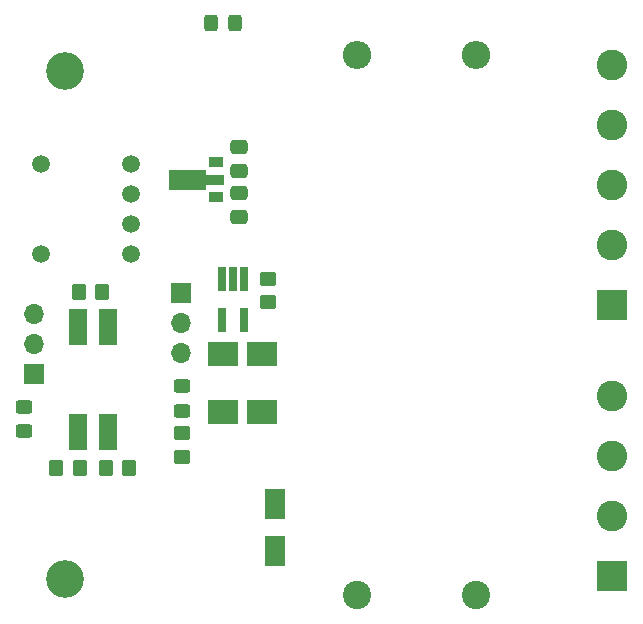
<source format=gts>
G04 #@! TF.GenerationSoftware,KiCad,Pcbnew,(6.0.6)*
G04 #@! TF.CreationDate,2022-08-27T12:11:26+02:00*
G04 #@! TF.ProjectId,switched-load-module,73776974-6368-4656-942d-6c6f61642d6d,rev?*
G04 #@! TF.SameCoordinates,Original*
G04 #@! TF.FileFunction,Soldermask,Top*
G04 #@! TF.FilePolarity,Negative*
%FSLAX46Y46*%
G04 Gerber Fmt 4.6, Leading zero omitted, Abs format (unit mm)*
G04 Created by KiCad (PCBNEW (6.0.6)) date 2022-08-27 12:11:26*
%MOMM*%
%LPD*%
G01*
G04 APERTURE LIST*
G04 Aperture macros list*
%AMRoundRect*
0 Rectangle with rounded corners*
0 $1 Rounding radius*
0 $2 $3 $4 $5 $6 $7 $8 $9 X,Y pos of 4 corners*
0 Add a 4 corners polygon primitive as box body*
4,1,4,$2,$3,$4,$5,$6,$7,$8,$9,$2,$3,0*
0 Add four circle primitives for the rounded corners*
1,1,$1+$1,$2,$3*
1,1,$1+$1,$4,$5*
1,1,$1+$1,$6,$7*
1,1,$1+$1,$8,$9*
0 Add four rect primitives between the rounded corners*
20,1,$1+$1,$2,$3,$4,$5,0*
20,1,$1+$1,$4,$5,$6,$7,0*
20,1,$1+$1,$6,$7,$8,$9,0*
20,1,$1+$1,$8,$9,$2,$3,0*%
%AMFreePoly0*
4,1,9,3.862500,-0.866500,0.737500,-0.866500,0.737500,-0.450000,-0.737500,-0.450000,-0.737500,0.450000,0.737500,0.450000,0.737500,0.866500,3.862500,0.866500,3.862500,-0.866500,3.862500,-0.866500,$1*%
G04 Aperture macros list end*
%ADD10RoundRect,0.250000X0.450000X-0.350000X0.450000X0.350000X-0.450000X0.350000X-0.450000X-0.350000X0*%
%ADD11R,1.800000X2.500000*%
%ADD12C,1.515000*%
%ADD13RoundRect,0.250000X0.475000X-0.337500X0.475000X0.337500X-0.475000X0.337500X-0.475000X-0.337500X0*%
%ADD14RoundRect,0.250000X-0.475000X0.337500X-0.475000X-0.337500X0.475000X-0.337500X0.475000X0.337500X0*%
%ADD15R,2.600000X2.100000*%
%ADD16R,2.600000X2.600000*%
%ADD17C,2.600000*%
%ADD18RoundRect,0.250000X-0.350000X-0.450000X0.350000X-0.450000X0.350000X0.450000X-0.350000X0.450000X0*%
%ADD19RoundRect,0.250000X0.450000X-0.325000X0.450000X0.325000X-0.450000X0.325000X-0.450000X-0.325000X0*%
%ADD20R,1.700000X1.700000*%
%ADD21O,1.700000X1.700000*%
%ADD22C,2.400000*%
%ADD23O,2.400000X2.400000*%
%ADD24C,3.200000*%
%ADD25RoundRect,0.250000X0.350000X0.450000X-0.350000X0.450000X-0.350000X-0.450000X0.350000X-0.450000X0*%
%ADD26RoundRect,0.250000X-0.325000X-0.450000X0.325000X-0.450000X0.325000X0.450000X-0.325000X0.450000X0*%
%ADD27RoundRect,0.250000X-0.450000X0.350000X-0.450000X-0.350000X0.450000X-0.350000X0.450000X0.350000X0*%
%ADD28R,1.300000X0.900000*%
%ADD29FreePoly0,180.000000*%
%ADD30R,0.650000X2.000000*%
%ADD31R,1.600000X3.100000*%
G04 APERTURE END LIST*
D10*
X61550000Y-69837500D03*
X61550000Y-67837500D03*
D11*
X62150000Y-90900000D03*
X62150000Y-86900000D03*
D12*
X49984000Y-65780000D03*
X49984000Y-63240000D03*
X49984000Y-60700000D03*
X49984000Y-58160000D03*
X42364000Y-58160000D03*
X42364000Y-65780000D03*
D13*
X59087500Y-58750000D03*
X59087500Y-56675000D03*
D14*
X59087500Y-60562500D03*
X59087500Y-62637500D03*
D15*
X57750000Y-79100000D03*
X57750000Y-74200000D03*
D16*
X90705000Y-92970000D03*
D17*
X90705000Y-87890000D03*
X90705000Y-82810000D03*
X90705000Y-77730000D03*
D18*
X45500000Y-69000000D03*
X47500000Y-69000000D03*
D19*
X54250000Y-79000000D03*
X54250000Y-76950000D03*
D20*
X54150000Y-69025000D03*
D21*
X54150000Y-71565000D03*
X54150000Y-74105000D03*
D22*
X79150000Y-94600000D03*
D23*
X79150000Y-48880000D03*
D24*
X44350000Y-93250000D03*
D15*
X61000000Y-74200000D03*
X61000000Y-79100000D03*
D25*
X49800000Y-83850000D03*
X47800000Y-83850000D03*
D26*
X56725000Y-46200000D03*
X58775000Y-46200000D03*
D20*
X41755000Y-75895000D03*
D21*
X41755000Y-73355000D03*
X41755000Y-70815000D03*
D19*
X40850000Y-80725000D03*
X40850000Y-78675000D03*
D22*
X69100000Y-94610000D03*
D23*
X69100000Y-48890000D03*
D16*
X90700000Y-70100000D03*
D17*
X90700000Y-65020000D03*
X90700000Y-59940000D03*
X90700000Y-54860000D03*
X90700000Y-49780000D03*
D25*
X45600000Y-83850000D03*
X43600000Y-83850000D03*
D24*
X44350000Y-50250000D03*
D27*
X54250000Y-80925000D03*
X54250000Y-82925000D03*
D28*
X57137500Y-60950000D03*
D29*
X57050000Y-59450000D03*
D28*
X57137500Y-57950000D03*
D30*
X59550000Y-67890000D03*
X58600000Y-67890000D03*
X57650000Y-67890000D03*
X57650000Y-71310000D03*
X59550000Y-71310000D03*
D31*
X47970000Y-71955000D03*
X45430000Y-71955000D03*
X45430000Y-80845000D03*
X47970000Y-80845000D03*
M02*

</source>
